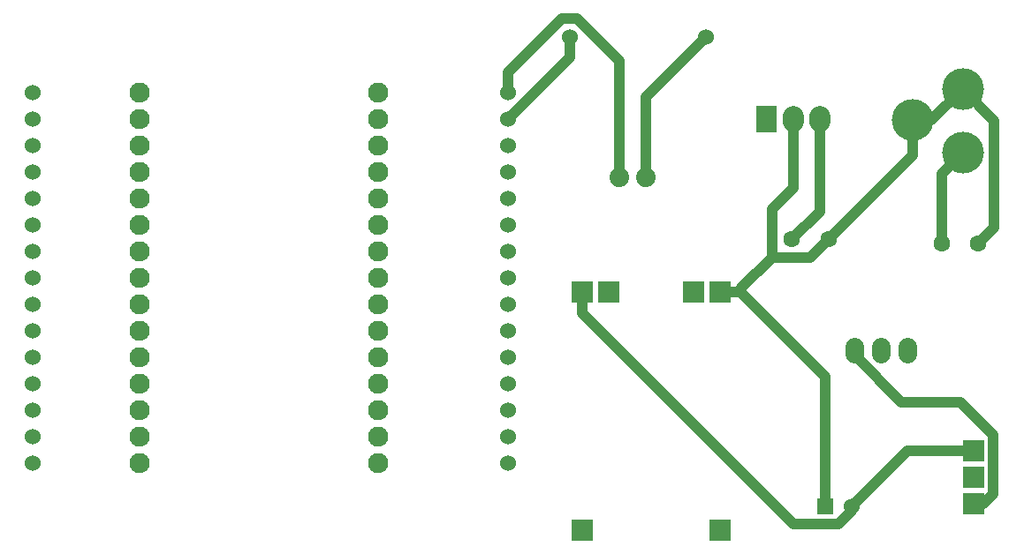
<source format=gbl>
G04 Layer: BottomLayer*
G04 EasyEDA v6.4.0, 2020-07-10T11:57:04+05:30*
G04 10c5ef2ce51e4c2f8f143787e658d517,b6e8962e620740079bb188d2402746ea,10*
G04 Gerber Generator version 0.2*
G04 Scale: 100 percent, Rotated: No, Reflected: No *
G04 Dimensions in inches *
G04 leading zeros omitted , absolute positions ,2 integer and 4 decimal *
%FSLAX24Y24*%
%MOIN*%
G90*
G70D02*

%ADD11C,0.040000*%
%ADD12C,0.060000*%
%ADD13R,0.080000X0.080000*%
%ADD14C,0.074000*%
%ADD15R,0.078740X0.078740*%
%ADD17C,0.076000*%
%ADD18C,0.157480*%
%ADD19C,0.062992*%
%ADD20R,0.060000X0.060000*%
%ADD21C,0.070866*%
%ADD22C,0.078740*%

%LPD*%
G54D11*
G01X36160Y11900D02*
G01X36160Y14540D01*
G01X36950Y15330D01*
G01X37539Y11900D02*
G01X38139Y12500D01*
G01X38139Y16540D01*
G01X36950Y17730D01*
G01X22140Y19700D02*
G01X22140Y18940D01*
G01X19800Y16600D01*
G01X31889Y12050D02*
G01X35060Y15221D01*
G01X35060Y16550D01*
G01X35060Y16550D02*
G01X35769Y16550D01*
G01X36950Y17730D01*
G01X30550Y16600D02*
G01X30550Y13988D01*
G01X29759Y13196D01*
G01X29759Y11373D01*
G01X31889Y12050D02*
G01X31213Y11373D01*
G01X29759Y11373D01*
G01X29759Y11373D02*
G01X28593Y10209D01*
G01X28593Y10050D01*
G01X27800Y10050D02*
G01X28434Y10050D01*
G01X28434Y10050D02*
G01X28555Y10050D01*
G01X28555Y10050D02*
G01X28593Y10050D01*
G01X28555Y10050D02*
G01X31750Y6855D01*
G01X31750Y1950D01*
G01X30510Y12050D02*
G01X31550Y13088D01*
G01X31550Y16600D01*
G01X24000Y14400D02*
G01X24000Y18786D01*
G01X22385Y20401D01*
G01X21827Y20401D01*
G01X19800Y18373D01*
G01X19800Y17600D01*
G01X32750Y1950D02*
G01X34850Y4050D01*
G01X37350Y4050D01*
G01X22600Y9255D02*
G01X30567Y1288D01*
G01X32250Y1288D01*
G01X32750Y1788D01*
G01X32750Y1950D01*
G01X22600Y10050D02*
G01X22600Y9255D01*
G01X27259Y19700D02*
G01X25000Y17440D01*
G01X25000Y14400D01*
G01X32850Y7850D02*
G01X32850Y7700D01*
G01X34646Y5903D01*
G01X36860Y5903D01*
G01X38110Y4653D01*
G01X38110Y2419D01*
G01X37742Y2050D01*
G01X37350Y2050D01*
G54D12*
G01X19800Y3600D03*
G01X19800Y4600D03*
G01X19800Y5600D03*
G01X19800Y6600D03*
G01X19800Y7600D03*
G01X19800Y8600D03*
G01X19800Y9600D03*
G01X19800Y10600D03*
G01X19800Y11600D03*
G01X19800Y12600D03*
G01X19800Y13600D03*
G01X19800Y14600D03*
G01X19800Y15600D03*
G01X19800Y16600D03*
G01X19800Y17600D03*
G01X1850Y3600D03*
G01X1850Y4600D03*
G01X1850Y5600D03*
G01X1850Y6600D03*
G01X1850Y7600D03*
G01X1850Y8600D03*
G01X1850Y9600D03*
G01X1850Y10600D03*
G01X1850Y11600D03*
G01X1850Y12600D03*
G01X1850Y13600D03*
G01X1850Y14600D03*
G01X1850Y15600D03*
G01X1850Y16600D03*
G01X1850Y17600D03*
G54D13*
G01X37350Y4050D03*
G01X37350Y3050D03*
G01X37350Y2050D03*
G54D14*
G01X24000Y14400D03*
G01X25000Y14400D03*
G54D15*
G01X22600Y1050D03*
G01X27800Y1050D03*
G01X23600Y10050D03*
G01X26800Y10050D03*
G01X22600Y10050D03*
G01X27800Y10050D03*
G36*
G01X29156Y17092D02*
G01X29943Y17092D01*
G01X29943Y16107D01*
G01X29156Y16107D01*
G01X29156Y17092D01*
G37*
G54D17*
G01X14900Y3600D03*
G01X14900Y4600D03*
G01X14900Y5600D03*
G01X14900Y6600D03*
G01X14900Y7600D03*
G01X14900Y8600D03*
G01X14900Y9600D03*
G01X14900Y10600D03*
G01X14900Y11600D03*
G01X14900Y12600D03*
G01X14900Y13600D03*
G01X14900Y14600D03*
G01X14900Y15600D03*
G01X14900Y16600D03*
G01X14900Y17600D03*
G01X5900Y3600D03*
G01X5900Y4600D03*
G01X5900Y5600D03*
G01X5900Y6600D03*
G01X5900Y7600D03*
G01X5900Y8600D03*
G01X5900Y9600D03*
G01X5900Y10600D03*
G01X5900Y11600D03*
G01X5900Y12600D03*
G01X5900Y13600D03*
G01X5900Y14600D03*
G01X5900Y15600D03*
G01X5900Y16600D03*
G01X5900Y17600D03*
G54D18*
G01X36950Y15330D03*
G01X36950Y17730D03*
G01X35060Y16550D03*
G54D12*
G01X27259Y19700D03*
G01X22140Y19700D03*
G54D19*
G01X31889Y12050D03*
G01X30510Y12050D03*
G01X37539Y11900D03*
G01X36160Y11900D03*
G54D20*
G01X31750Y1950D03*
G54D12*
G01X32750Y1950D03*
G54D21*
G01X34850Y7712D02*
G01X34850Y7987D01*
G01X33850Y7712D02*
G01X33850Y7987D01*
G01X32850Y7712D02*
G01X32850Y7987D01*
G54D22*
G01X30550Y16698D02*
G01X30550Y16501D01*
G01X31550Y16698D02*
G01X31550Y16501D01*
M00*
M02*

</source>
